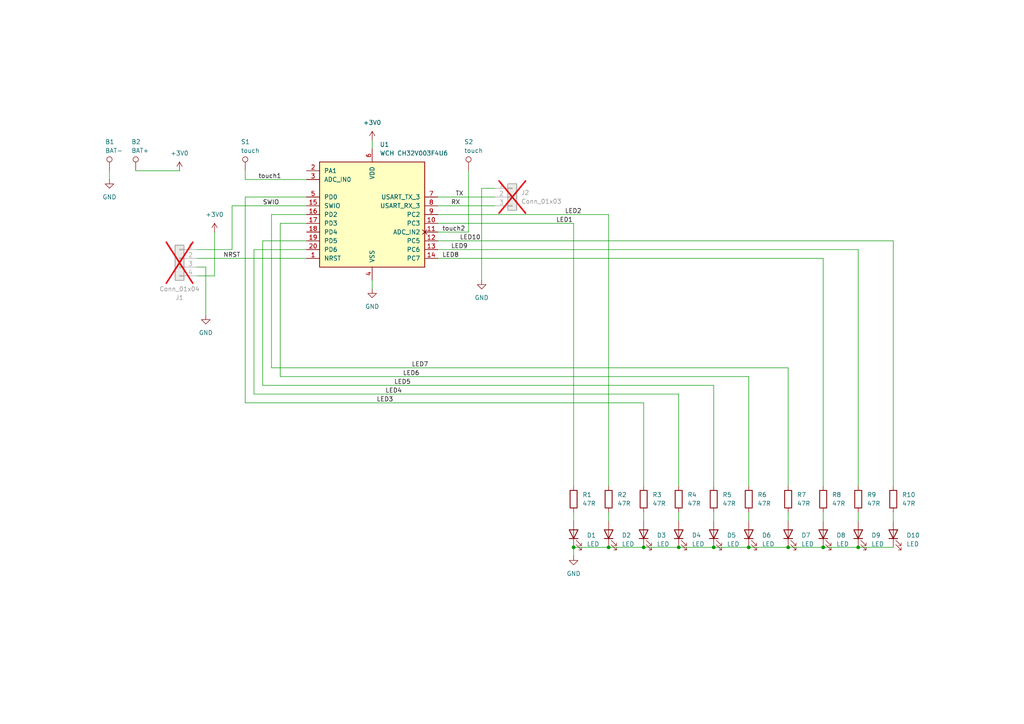
<source format=kicad_sch>
(kicad_sch (version 20231120) (generator "eeschema") (generator_version "8.0")
  (paper "A4")
  (lib_symbols
    (symbol "Connector:TestPoint" (pin_numbers hide) (pin_names (offset 0.762) hide)
      (property "Reference" "TP" (at 0 6.858 0))
      (property "Value" "TestPoint" (at 0 5.08 0))
      (symbol "TestPoint_0_1"
        (circle (center 0 3.302) (radius 0.762))
      )
      (symbol "TestPoint_1_1"
        (pin passive line (at 0 0 90) (length 2.54) (name "1") (number "1"))
      )
    )
    (symbol "Connector_Generic:Conn_01x03" (pin_names (offset 1.016) hide)
      (property "Reference" "J" (at 0 5.08 0))
      (property "Value" "Conn_01x03" (at 0 -5.08 0))
      (symbol "Conn_01x03_1_1"
        (rectangle (start -1.27 -2.413) (end 0 -2.667) (stroke (width 0.1524)))
        (rectangle (start -1.27 0.127) (end 0 -0.127) (stroke (width 0.1524)))
        (rectangle (start -1.27 2.667) (end 0 2.413) (stroke (width 0.1524)))
        (rectangle (start -1.27 3.81) (end 1.27 -3.81) (stroke (width 0.254)) (fill (type background)))
        (pin passive line (at -5.08 2.54 0) (length 3.81) (name "Pin_1") (number "1"))
        (pin passive line (at -5.08 0 0) (length 3.81) (name "Pin_2") (number "2"))
        (pin passive line (at -5.08 -2.54 0) (length 3.81) (name "Pin_3") (number "3"))
      )
    )
    (symbol "Connector_Generic:Conn_01x04" (pin_names (offset 1.016) hide)
      (property "Reference" "J" (at 0 5.08 0))
      (property "Value" "Conn_01x04" (at 0 -7.62 0))
      (symbol "Conn_01x04_1_1"
        (rectangle (start -1.27 -4.953) (end 0 -5.207) (stroke (width 0.1524)))
        (rectangle (start -1.27 -2.413) (end 0 -2.667) (stroke (width 0.1524)))
        (rectangle (start -1.27 0.127) (end 0 -0.127) (stroke (width 0.1524)))
        (rectangle (start -1.27 2.667) (end 0 2.413) (stroke (width 0.1524)))
        (rectangle (start -1.27 3.81) (end 1.27 -6.35) (stroke (width 0.254)) (fill (type background)))
        (pin passive line (at -5.08 2.54 0) (length 3.81) (name "Pin_1") (number "1"))
        (pin passive line (at -5.08 0 0) (length 3.81) (name "Pin_2") (number "2"))
        (pin passive line (at -5.08 -2.54 0) (length 3.81) (name "Pin_3") (number "3"))
        (pin passive line (at -5.08 -5.08 0) (length 3.81) (name "Pin_4") (number "4"))
      )
    )
    (symbol "Device:LED" (pin_numbers hide) (pin_names (offset 1.016) hide)
      (property "Reference" "D" (at 0 2.54 0))
      (property "Value" "LED" (at 0 -2.54 0))
      (symbol "LED_0_1"
        (polyline (pts (xy -1.27 -1.27) (xy -1.27 1.27)) (stroke (width 0.254)))
        (polyline (pts (xy -1.27 0) (xy 1.27 0)))
        (polyline (pts (xy 1.27 -1.27) (xy 1.27 1.27) (xy -1.27 0) (xy 1.27 -1.27)) (stroke (width 0.254)))
        (polyline (pts (xy -3.048 -0.762) (xy -4.572 -2.286) (xy -3.81 -2.286) (xy -4.572 -2.286) (xy -4.572 -1.524)))
        (polyline (pts (xy -1.778 -0.762) (xy -3.302 -2.286) (xy -2.54 -2.286) (xy -3.302 -2.286) (xy -3.302 -1.524)))
      )
      (symbol "LED_1_1"
        (pin passive line (at -3.81 0 0) (length 2.54) (name "K") (number "1"))
        (pin passive line (at 3.81 0 180) (length 2.54) (name "A") (number "2"))
      )
    )
    (symbol "Device:R" (pin_numbers hide) (pin_names (offset 0))
      (property "Reference" "R" (at 2.032 0 90))
      (property "Value" "R" (at 0 0 90))
      (symbol "R_0_1"
        (rectangle (start -1.016 -2.54) (end 1.016 2.54) (stroke (width 0.254)))
      )
      (symbol "R_1_1"
        (pin passive line (at 0 3.81 270) (length 1.27) (name "~") (number "1"))
        (pin passive line (at 0 -3.81 90) (length 1.27) (name "~") (number "2"))
      )
    )
    (symbol "extra:WCH CH32V003F4U6" (pin_names (offset 1.27))
      (property "Reference" "U" (at -13.97 16.51 0))
      (property "Value" "WCH CH32V003F4U6" (at 5.08 -16.51 0))
      (symbol "WCH CH32V003F4U6_0_1"
        (rectangle (start -15.24 15.24) (end 15.24 -15.24) (stroke (width 0.254)) (fill (type background)))
      )
      (symbol "WCH CH32V003F4U6_1_1"
        (pin bidirectional line (at -19.05 -12.7 0) (length 3.81) (name "PD7") (number "1") (alternate "NRST" input line))
        (pin bidirectional line (at 19.05 -2.54 180) (length 3.81) (name "PC3") (number "10"))
        (pin bidirectional line (at 19.05 -5.08 180) (length 3.81) (name "PC4") (number "11") (alternate "ADC_IN2" input non_logic))
        (pin bidirectional line (at 19.05 -7.62 180) (length 3.81) (name "PC5") (number "12"))
        (pin bidirectional line (at 19.05 -10.16 180) (length 3.81) (name "PC6") (number "13"))
        (pin bidirectional line (at 19.05 -12.7 180) (length 3.81) (name "PC7") (number "14"))
        (pin bidirectional line (at -19.05 2.54 0) (length 3.81) (name "PD1") (number "15") (alternate "SWIO" bidirectional line))
        (pin bidirectional line (at -19.05 0 0) (length 3.81) (name "PD2") (number "16"))
        (pin bidirectional line (at -19.05 -2.54 0) (length 3.81) (name "PD3") (number "17"))
        (pin bidirectional line (at -19.05 -5.08 0) (length 3.81) (name "PD4") (number "18"))
        (pin bidirectional line (at -19.05 -7.62 0) (length 3.81) (name "PD5") (number "19"))
        (pin bidirectional line (at -19.05 12.7 0) (length 3.81) (name "PA1") (number "2"))
        (pin bidirectional line (at -19.05 -10.16 0) (length 3.81) (name "PD6") (number "20"))
        (pin power_in line (at 0 0 90) (length 3.81) hide (name "VSS") (number "21"))
        (pin bidirectional line (at -19.05 10.16 0) (length 3.81) (name "PA2") (number "3") (alternate "ADC_IN0" input line))
        (pin power_in line (at 0 -19.05 90) (length 3.81) (name "VSS") (number "4"))
        (pin bidirectional line (at -19.05 5.08 0) (length 3.81) (name "PD0") (number "5"))
        (pin power_in line (at 0 19.05 270) (length 3.81) (name "VDD") (number "6"))
        (pin bidirectional line (at 19.05 5.08 180) (length 3.81) (name "PC0") (number "7") (alternate "USART_TX_3" output line))
        (pin bidirectional line (at 19.05 2.54 180) (length 3.81) (name "PC1") (number "8") (alternate "USART_RX_3" input line))
        (pin bidirectional line (at 19.05 0 180) (length 3.81) (name "PC2") (number "9"))
      )
    )
    (symbol "power:+3V0" (power) (pin_numbers hide) (pin_names (offset 0) hide)
      (property "Value" "+3V0" (at 0 3.556 0))
      (symbol "+3V0_0_1"
        (polyline (pts (xy -0.762 1.27) (xy 0 2.54)))
        (polyline (pts (xy 0 0) (xy 0 2.54)))
        (polyline (pts (xy 0 2.54) (xy 0.762 1.27)))
      )
      (symbol "+3V0_1_1"
        (pin power_in line (at 0 0 90) (length 0) (name "~") (number "1"))
      )
    )
    (symbol "power:GND" (power) (pin_numbers hide) (pin_names (offset 0) hide)
      (property "Value" "GND" (at 0 -3.81 0))
      (symbol "GND_0_1"
        (polyline (pts (xy 0 0) (xy 0 -1.27) (xy 1.27 -1.27) (xy 0 -2.54) (xy -1.27 -1.27) (xy 0 -1.27)))
      )
      (symbol "GND_1_1"
        (pin power_in line (at 0 0 270) (length 0) (name "~") (number "1"))
      )
    )
  )
  (junction (at 217.17 158.75))
  (junction (at 228.6 158.75))
  (junction (at 238.76 158.75))
  (junction (at 196.85 158.75))
  (junction (at 207.01 158.75))
  (junction (at 186.69 158.75))
  (junction (at 176.53 158.75))
  (junction (at 166.37 158.75))
  (junction (at 248.92 158.75))
  (wire (pts (xy 59.69 77.47) (xy 59.69 91.44)))
  (wire (pts (xy 207.01 140.97) (xy 207.01 111.76)))
  (wire (pts (xy 176.53 62.23) (xy 127 62.23)))
  (wire (pts (xy 186.69 116.84) (xy 186.69 140.97)))
  (wire (pts (xy 186.69 148.59) (xy 186.69 151.13)))
  (wire (pts (xy 238.76 158.75) (xy 248.92 158.75)))
  (wire (pts (xy 67.31 59.69) (xy 88.9 59.69)))
  (wire (pts (xy 57.15 77.47) (xy 59.69 77.47)))
  (wire (pts (xy 176.53 158.75) (xy 186.69 158.75)))
  (wire (pts (xy 238.76 140.97) (xy 238.76 74.93)))
  (wire (pts (xy 217.17 140.97) (xy 217.17 109.22)))
  (wire (pts (xy 76.2 111.76) (xy 207.01 111.76)))
  (wire (pts (xy 196.85 158.75) (xy 207.01 158.75)))
  (wire (pts (xy 62.23 80.01) (xy 57.15 80.01)))
  (wire (pts (xy 73.66 72.39) (xy 73.66 114.3)))
  (wire (pts (xy 78.74 106.68) (xy 228.6 106.68)))
  (wire (pts (xy 39.37 49.53) (xy 52.07 49.53)))
  (wire (pts (xy 238.76 74.93) (xy 127 74.93)))
  (wire (pts (xy 228.6 158.75) (xy 238.76 158.75)))
  (wire (pts (xy 196.85 148.59) (xy 196.85 151.13)))
  (wire (pts (xy 186.69 158.75) (xy 196.85 158.75)))
  (wire (pts (xy 71.12 116.84) (xy 186.69 116.84)))
  (wire (pts (xy 217.17 158.75) (xy 228.6 158.75)))
  (wire (pts (xy 57.15 74.93) (xy 88.9 74.93)))
  (wire (pts (xy 71.12 57.15) (xy 71.12 116.84)))
  (wire (pts (xy 127 59.69) (xy 143.51 59.69)))
  (wire (pts (xy 248.92 148.59) (xy 248.92 151.13)))
  (wire (pts (xy 139.7 54.61) (xy 143.51 54.61)))
  (wire (pts (xy 76.2 69.85) (xy 76.2 111.76)))
  (wire (pts (xy 107.95 40.64) (xy 107.95 43.18)))
  (wire (pts (xy 166.37 148.59) (xy 166.37 151.13)))
  (wire (pts (xy 248.92 72.39) (xy 127 72.39)))
  (wire (pts (xy 166.37 64.77) (xy 127 64.77)))
  (wire (pts (xy 139.7 81.28) (xy 139.7 54.61)))
  (wire (pts (xy 62.23 67.31) (xy 62.23 80.01)))
  (wire (pts (xy 71.12 52.07) (xy 71.12 49.53)))
  (wire (pts (xy 166.37 158.75) (xy 166.37 161.29)))
  (wire (pts (xy 78.74 62.23) (xy 88.9 62.23)))
  (wire (pts (xy 135.89 67.31) (xy 127 67.31)))
  (wire (pts (xy 207.01 158.75) (xy 217.17 158.75)))
  (wire (pts (xy 217.17 148.59) (xy 217.17 151.13)))
  (wire (pts (xy 259.08 140.97) (xy 259.08 69.85)))
  (wire (pts (xy 71.12 57.15) (xy 88.9 57.15)))
  (wire (pts (xy 31.75 49.53) (xy 31.75 52.07)))
  (wire (pts (xy 88.9 52.07) (xy 71.12 52.07)))
  (wire (pts (xy 166.37 140.97) (xy 166.37 64.77)))
  (wire (pts (xy 228.6 148.59) (xy 228.6 151.13)))
  (wire (pts (xy 259.08 69.85) (xy 127 69.85)))
  (wire (pts (xy 67.31 72.39) (xy 57.15 72.39)))
  (wire (pts (xy 107.95 81.28) (xy 107.95 83.82)))
  (wire (pts (xy 196.85 140.97) (xy 196.85 114.3)))
  (wire (pts (xy 76.2 69.85) (xy 88.9 69.85)))
  (wire (pts (xy 207.01 148.59) (xy 207.01 151.13)))
  (wire (pts (xy 81.28 109.22) (xy 217.17 109.22)))
  (wire (pts (xy 176.53 148.59) (xy 176.53 151.13)))
  (wire (pts (xy 73.66 114.3) (xy 196.85 114.3)))
  (wire (pts (xy 248.92 140.97) (xy 248.92 72.39)))
  (wire (pts (xy 259.08 148.59) (xy 259.08 151.13)))
  (wire (pts (xy 135.89 49.53) (xy 135.89 67.31)))
  (wire (pts (xy 238.76 148.59) (xy 238.76 151.13)))
  (wire (pts (xy 248.92 158.75) (xy 259.08 158.75)))
  (wire (pts (xy 166.37 158.75) (xy 176.53 158.75)))
  (wire (pts (xy 176.53 140.97) (xy 176.53 62.23)))
  (wire (pts (xy 127 57.15) (xy 143.51 57.15)))
  (wire (pts (xy 73.66 72.39) (xy 88.9 72.39)))
  (wire (pts (xy 78.74 62.23) (xy 78.74 106.68)))
  (wire (pts (xy 81.28 64.77) (xy 88.9 64.77)))
  (wire (pts (xy 67.31 59.69) (xy 67.31 72.39)))
  (wire (pts (xy 228.6 140.97) (xy 228.6 106.68)))
  (wire (pts (xy 81.28 64.77) (xy 81.28 109.22)))
  (label "LED10" (at 133.35 69.85 0))
  (label "LED4" (at 111.76 114.3 0))
  (label "TX" (at 132.08 57.15 0))
  (label "LED8" (at 128.27 74.93 0))
  (label "LED9" (at 130.81 72.39 0))
  (label "LED2" (at 163.83 62.23 0))
  (label "LED7" (at 119.38 106.68 0))
  (label "NRST" (at 64.77 74.93 0))
  (label "touch1" (at 74.93 52.07 0))
  (label "touch2" (at 128.27 67.31 0))
  (label "LED1" (at 161.29 64.77 0))
  (label "LED5" (at 114.3 111.76 0))
  (label "SWIO" (at 76.2 59.69 0))
  (label "RX" (at 130.81 59.69 0))
  (label "LED3" (at 109.22 116.84 0))
  (label "LED6" (at 116.84 109.22 0))
  (symbol (lib_id "power:GND") (at 31.75 52.07 0) (unit 1)
    (property "Reference" "#PWR03" (effects (hide yes)))
    (property "Value" "GND" (at 31.75 57.15 0))
    (property "Description" "Power symbol creates a global label with name \"GND\" , ground" (effects (hide yes)))
  )
  (symbol (lib_id "Device:R") (at 217.17 144.78 0) (unit 1)
    (property "Reference" "R6" (at 219.71 143.5099 0) (effects (justify left)))
    (property "Value" "47R" (at 219.71 146.0499 0) (effects (justify left)))
    (property "Footprint" "Resistor_SMD:R_0201_0603Metric" (effects (hide yes)))
    (property "Datasheet" "https://www.lcsc.com/datasheet/lcsc_datasheet_2411221126_UNI-ROYAL-Uniroyal-Elec-0201WMF470JTEE_C620443.pdf" (effects (hide yes)))
    (property "Description" "Resistor" (effects (hide yes)))
    (property "LCSC" "C620443" (effects (hide yes)))
  )
  (symbol (lib_id "power:+3V0") (at 107.95 40.64 0) (unit 1)
    (property "Reference" "#PWR01" (effects (hide yes)))
    (property "Value" "+3V0" (at 107.95 35.56 0))
    (property "Description" "Power symbol creates a global label with name \"+3V0\"" (effects (hide yes)))
  )
  (symbol (lib_id "Device:LED") (at 207.01 154.94 90) (unit 1)
    (property "Reference" "D5" (at 210.82 155.2574 90) (effects (justify right)))
    (property "Value" "LED" (at 210.82 157.7974 90) (effects (justify right)))
    (property "Footprint" "LED_SMD:LED_0201_0603Metric" (effects (hide yes)))
    (property "Datasheet" "https://www.lcsc.com/datasheet/lcsc_datasheet_2402181504_XINGLIGHT-XL-0201SURC_C3646923.pdf" (effects (hide yes)))
    (property "Description" "Light emitting diode" (effects (hide yes)))
    (property "LCSC" "C3646923" (effects (hide yes)))
  )
  (symbol (lib_id "power:GND") (at 166.37 161.29 0) (unit 1)
    (property "Reference" "#PWR05" (effects (hide yes)))
    (property "Value" "GND" (at 166.37 166.37 0))
    (property "Description" "Power symbol creates a global label with name \"GND\" , ground" (effects (hide yes)))
  )
  (symbol (lib_id "Connector_Generic:Conn_01x04") (at 52.07 74.93 0) (mirror y) (unit 1) (in_bom no) (dnp yes)
    (property "Reference" "J1" (at 52.07 86.36 0))
    (property "Value" "Conn_01x04" (at 52.07 83.82 0))
    (property "Footprint" "Connector_PinHeader_2.54mm:PinHeader_1x04_P2.54mm_Vertical" (effects (hide yes)))
    (property "Description" "Generic connector, single row, 01x04, script generated (kicad-library-utils/schlib/autogen/connector/)" (effects (hide yes)))
  )
  (symbol (lib_id "Device:R") (at 207.01 144.78 0) (unit 1)
    (property "Reference" "R5" (at 209.55 143.5099 0) (effects (justify left)))
    (property "Value" "47R" (at 209.55 146.0499 0) (effects (justify left)))
    (property "Footprint" "Resistor_SMD:R_0201_0603Metric" (effects (hide yes)))
    (property "Datasheet" "https://www.lcsc.com/datasheet/lcsc_datasheet_2411221126_UNI-ROYAL-Uniroyal-Elec-0201WMF470JTEE_C620443.pdf" (effects (hide yes)))
    (property "Description" "Resistor" (effects (hide yes)))
    (property "LCSC" "C620443" (effects (hide yes)))
  )
  (symbol (lib_id "power:GND") (at 107.95 83.82 0) (unit 1)
    (property "Reference" "#PWR02" (effects (hide yes)))
    (property "Value" "GND" (at 107.95 88.9 0))
    (property "Description" "Power symbol creates a global label with name \"GND\" , ground" (effects (hide yes)))
  )
  (symbol (lib_id "Device:R") (at 186.69 144.78 0) (unit 1)
    (property "Reference" "R3" (at 189.23 143.5099 0) (effects (justify left)))
    (property "Value" "47R" (at 189.23 146.0499 0) (effects (justify left)))
    (property "Footprint" "Resistor_SMD:R_0201_0603Metric" (effects (hide yes)))
    (property "Datasheet" "https://www.lcsc.com/datasheet/lcsc_datasheet_2411221126_UNI-ROYAL-Uniroyal-Elec-0201WMF470JTEE_C620443.pdf" (effects (hide yes)))
    (property "Description" "Resistor" (effects (hide yes)))
    (property "LCSC" "C620443" (effects (hide yes)))
  )
  (symbol (lib_id "Device:LED") (at 259.08 154.94 90) (unit 1)
    (property "Reference" "D10" (at 262.89 155.2574 90) (effects (justify right)))
    (property "Value" "LED" (at 262.89 157.7974 90) (effects (justify right)))
    (property "Footprint" "LED_SMD:LED_0201_0603Metric" (effects (hide yes)))
    (property "Datasheet" "https://www.lcsc.com/datasheet/lcsc_datasheet_2402181504_XINGLIGHT-XL-0201SURC_C3646923.pdf" (effects (hide yes)))
    (property "Description" "Light emitting diode" (effects (hide yes)))
    (property "LCSC" "C3646923" (effects (hide yes)))
  )
  (symbol (lib_id "Device:LED") (at 186.69 154.94 90) (unit 1)
    (property "Reference" "D3" (at 190.5 155.2574 90) (effects (justify right)))
    (property "Value" "LED" (at 190.5 157.7974 90) (effects (justify right)))
    (property "Footprint" "LED_SMD:LED_0201_0603Metric" (effects (hide yes)))
    (property "Datasheet" "https://www.lcsc.com/datasheet/lcsc_datasheet_2402181504_XINGLIGHT-XL-0201SURC_C3646923.pdf" (effects (hide yes)))
    (property "Description" "Light emitting diode" (effects (hide yes)))
    (property "LCSC" "C3646923" (effects (hide yes)))
  )
  (symbol (lib_id "Device:LED") (at 248.92 154.94 90) (unit 1)
    (property "Reference" "D9" (at 252.73 155.2574 90) (effects (justify right)))
    (property "Value" "LED" (at 252.73 157.7974 90) (effects (justify right)))
    (property "Footprint" "LED_SMD:LED_0201_0603Metric" (effects (hide yes)))
    (property "Datasheet" "https://www.lcsc.com/datasheet/lcsc_datasheet_2402181504_XINGLIGHT-XL-0201SURC_C3646923.pdf" (effects (hide yes)))
    (property "Description" "Light emitting diode" (effects (hide yes)))
    (property "LCSC" "C3646923" (effects (hide yes)))
  )
  (symbol (lib_id "Connector:TestPoint") (at 71.12 49.53 0) (unit 1) (in_bom no)
    (property "Reference" "S1" (at 69.85 41.148 0) (effects (justify left)))
    (property "Value" "touch" (at 69.85 43.688 0) (effects (justify left)))
    (property "Footprint" "TestPoint:TestPoint_Pad_D4.0mm" (effects (hide yes)))
    (property "Description" "test point" (effects (hide yes)))
  )
  (symbol (lib_id "Device:LED") (at 217.17 154.94 90) (unit 1)
    (property "Reference" "D6" (at 220.98 155.2574 90) (effects (justify right)))
    (property "Value" "LED" (at 220.98 157.7974 90) (effects (justify right)))
    (property "Footprint" "LED_SMD:LED_0201_0603Metric" (effects (hide yes)))
    (property "Datasheet" "https://www.lcsc.com/datasheet/lcsc_datasheet_2402181504_XINGLIGHT-XL-0201SURC_C3646923.pdf" (effects (hide yes)))
    (property "Description" "Light emitting diode" (effects (hide yes)))
    (property "LCSC" "C3646923" (effects (hide yes)))
  )
  (symbol (lib_id "Device:R") (at 248.92 144.78 0) (unit 1)
    (property "Reference" "R9" (at 251.46 143.5099 0) (effects (justify left)))
    (property "Value" "47R" (at 251.46 146.0499 0) (effects (justify left)))
    (property "Footprint" "Resistor_SMD:R_0201_0603Metric" (effects (hide yes)))
    (property "Datasheet" "https://www.lcsc.com/datasheet/lcsc_datasheet_2411221126_UNI-ROYAL-Uniroyal-Elec-0201WMF470JTEE_C620443.pdf" (effects (hide yes)))
    (property "Description" "Resistor" (effects (hide yes)))
    (property "LCSC" "C620443" (effects (hide yes)))
  )
  (symbol (lib_id "Device:R") (at 259.08 144.78 0) (unit 1)
    (property "Reference" "R10" (at 261.62 143.5099 0) (effects (justify left)))
    (property "Value" "47R" (at 261.62 146.0499 0) (effects (justify left)))
    (property "Footprint" "Resistor_SMD:R_0201_0603Metric" (effects (hide yes)))
    (property "Datasheet" "https://www.lcsc.com/datasheet/lcsc_datasheet_2411221126_UNI-ROYAL-Uniroyal-Elec-0201WMF470JTEE_C620443.pdf" (effects (hide yes)))
    (property "Description" "Resistor" (effects (hide yes)))
    (property "LCSC" "C620443" (effects (hide yes)))
  )
  (symbol (lib_id "Connector_Generic:Conn_01x03") (at 148.59 57.15 0) (unit 1) (in_bom no) (dnp yes)
    (property "Reference" "J2" (at 151.13 55.8799 0) (effects (justify left)))
    (property "Value" "Conn_01x03" (at 151.13 58.4199 0) (effects (justify left)))
    (property "Footprint" "Connector_PinHeader_2.54mm:PinHeader_1x03_P2.54mm_Vertical" (effects (hide yes)))
    (property "Description" "Generic connector, single row, 01x03, script generated (kicad-library-utils/schlib/autogen/connector/)" (effects (hide yes)))
  )
  (symbol (lib_id "Device:LED") (at 166.37 154.94 90) (unit 1)
    (property "Reference" "D1" (at 170.18 155.2574 90) (effects (justify right)))
    (property "Value" "LED" (at 170.18 157.7974 90) (effects (justify right)))
    (property "Footprint" "LED_SMD:LED_0201_0603Metric" (effects (hide yes)))
    (property "Datasheet" "https://www.lcsc.com/datasheet/lcsc_datasheet_2402181504_XINGLIGHT-XL-0201SURC_C3646923.pdf" (effects (hide yes)))
    (property "Description" "Light emitting diode" (effects (hide yes)))
    (property "LCSC" "C3646923" (effects (hide yes)))
  )
  (symbol (lib_id "power:+3V0") (at 62.23 67.31 0) (unit 1)
    (property "Reference" "#PWR06" (effects (hide yes)))
    (property "Value" "+3V0" (at 62.23 62.23 0))
    (property "Description" "Power symbol creates a global label with name \"+3V0\"" (effects (hide yes)))
  )
  (symbol (lib_id "power:GND") (at 59.69 91.44 0) (unit 1)
    (property "Reference" "#PWR07" (effects (hide yes)))
    (property "Value" "GND" (at 59.69 96.52 0))
    (property "Description" "Power symbol creates a global label with name \"GND\" , ground" (effects (hide yes)))
  )
  (symbol (lib_id "Connector:TestPoint") (at 135.89 49.53 0) (unit 1) (in_bom no)
    (property "Reference" "S2" (at 134.62 41.148 0) (effects (justify left)))
    (property "Value" "touch" (at 134.62 43.688 0) (effects (justify left)))
    (property "Footprint" "TestPoint:TestPoint_Pad_D4.0mm" (effects (hide yes)))
    (property "Description" "test point" (effects (hide yes)))
  )
  (symbol (lib_id "power:+3V0") (at 52.07 49.53 0) (unit 1)
    (property "Reference" "#PWR04" (effects (hide yes)))
    (property "Value" "+3V0" (at 52.07 44.45 0))
    (property "Description" "Power symbol creates a global label with name \"+3V0\"" (effects (hide yes)))
  )
  (symbol (lib_id "Device:R") (at 176.53 144.78 0) (unit 1)
    (property "Reference" "R2" (at 179.07 143.5099 0) (effects (justify left)))
    (property "Value" "47R" (at 179.07 146.0499 0) (effects (justify left)))
    (property "Footprint" "Resistor_SMD:R_0201_0603Metric" (effects (hide yes)))
    (property "Datasheet" "https://www.lcsc.com/datasheet/lcsc_datasheet_2411221126_UNI-ROYAL-Uniroyal-Elec-0201WMF470JTEE_C620443.pdf" (effects (hide yes)))
    (property "Description" "Resistor" (effects (hide yes)))
    (property "LCSC" "C620443" (effects (hide yes)))
  )
  (symbol (lib_id "Device:LED") (at 176.53 154.94 90) (unit 1)
    (property "Reference" "D2" (at 180.34 155.2574 90) (effects (justify right)))
    (property "Value" "LED" (at 180.34 157.7974 90) (effects (justify right)))
    (property "Footprint" "LED_SMD:LED_0201_0603Metric" (effects (hide yes)))
    (property "Datasheet" "https://www.lcsc.com/datasheet/lcsc_datasheet_2402181504_XINGLIGHT-XL-0201SURC_C3646923.pdf" (effects (hide yes)))
    (property "Description" "Light emitting diode" (effects (hide yes)))
    (property "LCSC" "C3646923" (effects (hide yes)))
  )
  (symbol (lib_id "Connector:TestPoint") (at 39.37 49.53 0) (unit 1) (in_bom no)
    (property "Reference" "B2" (at 38.1 41.148 0) (effects (justify left)))
    (property "Value" "BAT+" (at 38.1 43.688 0) (effects (justify left)))
    (property "Footprint" "TestPoint:TestPoint_Pad_D4.0mm" (effects (hide yes)))
    (property "Description" "test point" (effects (hide yes)))
  )
  (symbol (lib_id "Device:R") (at 196.85 144.78 0) (unit 1)
    (property "Reference" "R4" (at 199.39 143.5099 0) (effects (justify left)))
    (property "Value" "47R" (at 199.39 146.0499 0) (effects (justify left)))
    (property "Footprint" "Resistor_SMD:R_0201_0603Metric" (effects (hide yes)))
    (property "Datasheet" "https://www.lcsc.com/datasheet/lcsc_datasheet_2411221126_UNI-ROYAL-Uniroyal-Elec-0201WMF470JTEE_C620443.pdf" (effects (hide yes)))
    (property "Description" "Resistor" (effects (hide yes)))
    (property "LCSC" "C620443" (effects (hide yes)))
  )
  (symbol (lib_id "Device:R") (at 238.76 144.78 0) (unit 1)
    (property "Reference" "R8" (at 241.3 143.5099 0) (effects (justify left)))
    (property "Value" "47R" (at 241.3 146.0499 0) (effects (justify left)))
    (property "Footprint" "Resistor_SMD:R_0201_0603Metric" (effects (hide yes)))
    (property "Datasheet" "https://www.lcsc.com/datasheet/lcsc_datasheet_2411221126_UNI-ROYAL-Uniroyal-Elec-0201WMF470JTEE_C620443.pdf" (effects (hide yes)))
    (property "Description" "Resistor" (effects (hide yes)))
    (property "LCSC" "C620443" (effects (hide yes)))
  )
  (symbol (lib_id "Device:R") (at 228.6 144.78 0) (unit 1)
    (property "Reference" "R7" (at 231.14 143.5099 0) (effects (justify left)))
    (property "Value" "47R" (at 231.14 146.0499 0) (effects (justify left)))
    (property "Footprint" "Resistor_SMD:R_0201_0603Metric" (effects (hide yes)))
    (property "Datasheet" "https://www.lcsc.com/datasheet/lcsc_datasheet_2411221126_UNI-ROYAL-Uniroyal-Elec-0201WMF470JTEE_C620443.pdf" (effects (hide yes)))
    (property "Description" "Resistor" (effects (hide yes)))
    (property "LCSC" "C620443" (effects (hide yes)))
  )
  (symbol (lib_id "extra:WCH CH32V003F4U6") (at 107.95 62.23 0) (unit 1)
    (property "Reference" "U1" (at 110.1441 41.91 0) (effects (justify left)))
    (property "Value" "WCH CH32V003F4U6" (at 110.1441 44.45 0) (effects (justify left)))
    (property "Footprint" "Package_DFN_QFN:QFN-20-1EP_3x3mm_P0.4mm_EP1.65x1.65mm" (effects (hide yes)))
    (property "Datasheet" "https://www.wch-ic.com/downloads/CH32V003DS0_PDF.html" (effects (hide yes)))
    (property "Description" "industrial-grade general-purpose microcontroller" (effects (hide yes)))
    (property "LCSC" "C5299908" (effects (hide yes)))
    (pin "8" (alternate "USART_RX_3"))
    (pin "3" (alternate "ADC_IN0"))
    (pin "1" (alternate "NRST"))
    (pin "15" (alternate "SWIO"))
    (pin "11" (alternate "ADC_IN2"))
    (pin "7" (alternate "USART_TX_3"))
  )
  (symbol (lib_id "Device:LED") (at 228.6 154.94 90) (unit 1)
    (property "Reference" "D7" (at 232.41 155.2574 90) (effects (justify right)))
    (property "Value" "LED" (at 232.41 157.7974 90) (effects (justify right)))
    (property "Footprint" "LED_SMD:LED_0201_0603Metric" (effects (hide yes)))
    (property "Datasheet" "https://www.lcsc.com/datasheet/lcsc_datasheet_2402181504_XINGLIGHT-XL-0201SURC_C3646923.pdf" (effects (hide yes)))
    (property "Description" "Light emitting diode" (effects (hide yes)))
    (property "LCSC" "C3646923" (effects (hide yes)))
  )
  (symbol (lib_id "Device:LED") (at 238.76 154.94 90) (unit 1)
    (property "Reference" "D8" (at 242.57 155.2574 90) (effects (justify right)))
    (property "Value" "LED" (at 242.57 157.7974 90) (effects (justify right)))
    (property "Footprint" "LED_SMD:LED_0201_0603Metric" (effects (hide yes)))
    (property "Datasheet" "https://www.lcsc.com/datasheet/lcsc_datasheet_2402181504_XINGLIGHT-XL-0201SURC_C3646923.pdf" (effects (hide yes)))
    (property "Description" "Light emitting diode" (effects (hide yes)))
    (property "LCSC" "C3646923" (effects (hide yes)))
  )
  (symbol (lib_id "power:GND") (at 139.7 81.28 0) (unit 1)
    (property "Reference" "#PWR08" (effects (hide yes)))
    (property "Value" "GND" (at 139.7 86.36 0))
    (property "Description" "Power symbol creates a global label with name \"GND\" , ground" (effects (hide yes)))
  )
  (symbol (lib_id "Device:LED") (at 196.85 154.94 90) (unit 1)
    (property "Reference" "D4" (at 200.66 155.2574 90) (effects (justify right)))
    (property "Value" "LED" (at 200.66 157.7974 90) (effects (justify right)))
    (property "Footprint" "LED_SMD:LED_0201_0603Metric" (effects (hide yes)))
    (property "Datasheet" "https://www.lcsc.com/datasheet/lcsc_datasheet_2402181504_XINGLIGHT-XL-0201SURC_C3646923.pdf" (effects (hide yes)))
    (property "Description" "Light emitting diode" (effects (hide yes)))
    (property "LCSC" "C3646923" (effects (hide yes)))
  )
  (symbol (lib_id "Device:R") (at 166.37 144.78 0) (unit 1)
    (property "Reference" "R1" (at 168.91 143.5099 0) (effects (justify left)))
    (property "Value" "47R" (at 168.91 146.0499 0) (effects (justify left)))
    (property "Footprint" "Resistor_SMD:R_0201_0603Metric" (effects (hide yes)))
    (property "Datasheet" "https://www.lcsc.com/datasheet/lcsc_datasheet_2411221126_UNI-ROYAL-Uniroyal-Elec-0201WMF470JTEE_C620443.pdf" (effects (hide yes)))
    (property "Description" "Resistor" (effects (hide yes)))
    (property "LCSC" "C620443" (effects (hide yes)))
  )
  (symbol (lib_id "Connector:TestPoint") (at 31.75 49.53 0) (unit 1) (in_bom no)
    (property "Reference" "B1" (at 30.48 41.148 0) (effects (justify left)))
    (property "Value" "BAT-" (at 30.48 43.688 0) (effects (justify left)))
    (property "Footprint" "TestPoint:TestPoint_Pad_D4.0mm" (effects (hide yes)))
    (property "Description" "test point" (effects (hide yes)))
  )
)
</source>
